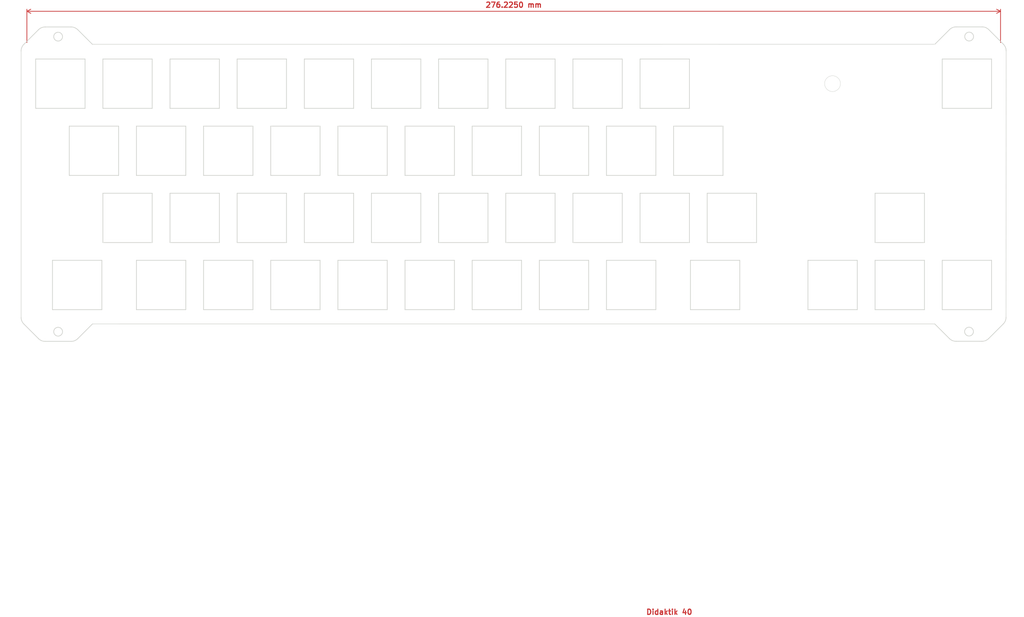
<source format=kicad_pcb>
(kicad_pcb (version 20211014) (generator pcbnew)

  (general
    (thickness 1.6)
  )

  (paper "A4")
  (layers
    (0 "F.Cu" signal)
    (31 "B.Cu" signal)
    (32 "B.Adhes" user "B.Adhesive")
    (33 "F.Adhes" user "F.Adhesive")
    (34 "B.Paste" user)
    (35 "F.Paste" user)
    (36 "B.SilkS" user "B.Silkscreen")
    (37 "F.SilkS" user "F.Silkscreen")
    (38 "B.Mask" user)
    (39 "F.Mask" user)
    (40 "Dwgs.User" user "User.Drawings")
    (41 "Cmts.User" user "User.Comments")
    (42 "Eco1.User" user "User.Eco1")
    (43 "Eco2.User" user "User.Eco2")
    (44 "Edge.Cuts" user)
    (45 "Margin" user)
    (46 "B.CrtYd" user "B.Courtyard")
    (47 "F.CrtYd" user "F.Courtyard")
    (48 "B.Fab" user)
    (49 "F.Fab" user)
    (50 "User.1" user)
    (51 "User.2" user)
    (52 "User.3" user)
    (53 "User.4" user)
    (54 "User.5" user)
    (55 "User.6" user)
    (56 "User.7" user)
    (57 "User.8" user)
    (58 "User.9" user)
  )

  (setup
    (stackup
      (layer "F.SilkS" (type "Top Silk Screen"))
      (layer "F.Paste" (type "Top Solder Paste"))
      (layer "F.Mask" (type "Top Solder Mask") (thickness 0.01))
      (layer "F.Cu" (type "copper") (thickness 0.035))
      (layer "dielectric 1" (type "core") (thickness 1.51) (material "FR4") (epsilon_r 4.5) (loss_tangent 0.02))
      (layer "B.Cu" (type "copper") (thickness 0.035))
      (layer "B.Mask" (type "Bottom Solder Mask") (thickness 0.01))
      (layer "B.Paste" (type "Bottom Solder Paste"))
      (layer "B.SilkS" (type "Bottom Silk Screen"))
      (copper_finish "None")
      (dielectric_constraints no)
    )
    (pad_to_mask_clearance 0)
    (pcbplotparams
      (layerselection 0x00010fc_ffffffff)
      (disableapertmacros false)
      (usegerberextensions false)
      (usegerberattributes true)
      (usegerberadvancedattributes true)
      (creategerberjobfile true)
      (svguseinch false)
      (svgprecision 6)
      (excludeedgelayer true)
      (plotframeref false)
      (viasonmask false)
      (mode 1)
      (useauxorigin false)
      (hpglpennumber 1)
      (hpglpenspeed 20)
      (hpglpendiameter 15.000000)
      (dxfpolygonmode true)
      (dxfimperialunits true)
      (dxfusepcbnewfont true)
      (psnegative false)
      (psa4output false)
      (plotreference true)
      (plotvalue true)
      (plotinvisibletext false)
      (sketchpadsonfab false)
      (subtractmaskfromsilk false)
      (outputformat 1)
      (mirror false)
      (drillshape 1)
      (scaleselection 1)
      (outputdirectory "")
    )
  )

  (net 0 "")
  (net 1 "COL6")

  (gr_circle (center 278.110951 26.227951) (end 279.360951 26.227951) (layer "Edge.Cuts") (width 0.2) (fill none) (tstamp 01fa1724-0e4a-4b0c-931a-906f15a99846))
  (gr_line (start 175.23 65.659) (end 189.23 65.659) (layer "Edge.Cuts") (width 0.2) (tstamp 0340d77a-e79a-420e-bed1-7c72c6c9f9bb))
  (gr_circle (center 19.66534 26.252904) (end 20.91534 26.252904) (layer "Edge.Cuts") (width 0.2) (fill none) (tstamp 0359207b-9855-4e7f-a2e3-a2d1c486ad01))
  (gr_line (start 251.43 84.709) (end 265.43 84.709) (layer "Edge.Cuts") (width 0.2) (tstamp 036b55c1-3e08-44a9-a631-e990c6301c93))
  (gr_line (start 175.23 103.759) (end 189.23 103.759) (layer "Edge.Cuts") (width 0.2) (tstamp 039a84e8-a537-4fe8-8a2a-1f3567d11058))
  (gr_line (start 79.98 103.759) (end 93.98 103.759) (layer "Edge.Cuts") (width 0.2) (tstamp 042edab0-6f82-4ba2-bb80-2472d1af8153))
  (gr_arc (start 14.089085 24.286393) (mid 14.956918 23.706526) (end 15.980596 23.502904) (layer "Edge.Cuts") (width 0.2) (tstamp 049f5689-53b1-4ee7-aeaa-5741ae2143ef))
  (gr_line (start 51.405 32.609) (end 51.405 46.609) (layer "Edge.Cuts") (width 0.2) (tstamp 04fc7f53-a0d5-4691-89a6-7c6686d04f95))
  (gr_line (start 184.755 84.709) (end 198.755 84.709) (layer "Edge.Cuts") (width 0.2) (tstamp 081ca1ea-b6e0-46e5-acdb-0827023cbc00))
  (gr_arc (start 9.949346 107.846571) (mid 9.369493 106.978733) (end 9.165857 105.95506) (layer "Edge.Cuts") (width 0.2) (tstamp 08372f09-29a8-416d-8b98-5184a5c0f2fa))
  (gr_line (start 151.13 51.659) (end 137.13 51.659) (layer "Edge.Cuts") (width 0.2) (tstamp 08b95ffb-28ca-4479-bff3-a94efaf8a8d8))
  (gr_line (start 65.405 46.609) (end 65.405 32.609) (layer "Edge.Cuts") (width 0.2) (tstamp 0b87becd-6d85-4297-b0bb-245601f27993))
  (gr_line (start 89.505 84.709) (end 103.505 84.709) (layer "Edge.Cuts") (width 0.2) (tstamp 0c03e793-40b6-448e-9d14-81074dc536e8))
  (gr_line (start 203.805 84.709) (end 217.805 84.709) (layer "Edge.Cuts") (width 0.2) (tstamp 0c771b87-2843-4c0d-97b8-21f48c61bce3))
  (gr_line (start 132.08 51.659) (end 118.08 51.659) (layer "Edge.Cuts") (width 0.2) (tstamp 1203d7fb-e214-41dc-b172-225c1579bed0))
  (gr_arc (start 9.165468 30.318032) (mid 9.369089 29.294353) (end 9.948957 28.426521) (layer "Edge.Cuts") (width 0.2) (tstamp 12a8b1ce-7488-47a2-b9d9-1104bd21b129))
  (gr_line (start 70.455 46.609) (end 84.455 46.609) (layer "Edge.Cuts") (width 0.2) (tstamp 12b71905-aca1-41aa-a7f3-053961c20268))
  (gr_line (start 165.705 32.609) (end 165.705 46.609) (layer "Edge.Cuts") (width 0.2) (tstamp 137619b4-adf0-49b0-aa0b-b010d28dc658))
  (gr_line (start 156.18 65.659) (end 170.18 65.659) (layer "Edge.Cuts") (width 0.2) (tstamp 14ebadf9-db72-4fb4-9591-237694a0490b))
  (gr_line (start 270.48 32.609) (end 270.48 46.609) (layer "Edge.Cuts") (width 0.2) (tstamp 171d6cd1-5a83-4dee-a5a0-20ceda2f0b11))
  (gr_arc (start 288.578947 105.930458) (mid 288.375313 106.954131) (end 287.795458 107.821969) (layer "Edge.Cuts") (width 0.2) (tstamp 17ac3f93-f56b-4582-b04b-0a8d52f1c5c7))
  (gr_line (start 41.88 51.659) (end 41.88 65.659) (layer "Edge.Cuts") (width 0.2) (tstamp 18ea15b7-82d8-4e3d-99cc-b319bb8b86a3))
  (gr_line (start 65.405 32.609) (end 51.405 32.609) (layer "Edge.Cuts") (width 0.2) (tstamp 19a4ebf3-f01c-4b92-9fba-3369efbdd94f))
  (gr_line (start 170.18 103.759) (end 170.18 89.759) (layer "Edge.Cuts") (width 0.2) (tstamp 1a515a80-3485-4776-9eaa-aea2efb0c674))
  (gr_line (start 99.03 89.759) (end 99.03 103.759) (layer "Edge.Cuts") (width 0.2) (tstamp 1a91f524-517f-477c-834f-4e0e077e258c))
  (gr_line (start 246.38 103.759) (end 246.38 89.759) (layer "Edge.Cuts") (width 0.2) (tstamp 1cd4ecb3-2703-4e74-a570-8041a7313737))
  (gr_line (start 103.505 84.709) (end 103.505 70.709) (layer "Edge.Cuts") (width 0.2) (tstamp 1eb376f4-00bb-4cfe-9dfd-4c7c24164068))
  (gr_line (start 165.705 84.709) (end 179.705 84.709) (layer "Edge.Cuts") (width 0.2) (tstamp 1f82f2ef-0c3e-4ebb-9bcb-9963b900bc8c))
  (gr_line (start 46.355 70.709) (end 32.355 70.709) (layer "Edge.Cuts") (width 0.2) (tstamp 2062f290-11d0-4fba-bfc3-196fcb324bd9))
  (gr_line (start 122.555 32.609) (end 108.555 32.609) (layer "Edge.Cuts") (width 0.2) (tstamp 236e4539-4464-4ea8-827f-36f1db29b631))
  (gr_line (start 70.455 70.709) (end 70.455 84.709) (layer "Edge.Cuts") (width 0.2) (tstamp 25a55a94-1044-41e0-9583-06a2bae65cae))
  (gr_line (start 208.28 51.659) (end 194.28 51.659) (layer "Edge.Cuts") (width 0.2) (tstamp 2694b284-1ab1-49a1-a08f-d83f247d0f7a))
  (gr_line (start 179.705 70.709) (end 165.705 70.709) (layer "Edge.Cuts") (width 0.2) (tstamp 27defdfb-da4d-470a-98a8-b1fa47b6a57a))
  (gr_line (start 93.98 65.659) (end 93.98 51.659) (layer "Edge.Cuts") (width 0.2) (tstamp 28b05976-e508-445c-a883-a6ac3aa551f3))
  (gr_line (start 137.13 89.759) (end 137.13 103.759) (layer "Edge.Cuts") (width 0.2) (tstamp 2909d639-3516-4a50-b4fa-b9bd25d2dbdb))
  (gr_line (start 84.455 46.609) (end 84.455 32.609) (layer "Edge.Cuts") (width 0.2) (tstamp 295997b8-ee94-4423-85af-58f56685c5fe))
  (gr_line (start 175.23 51.659) (end 175.23 65.659) (layer "Edge.Cuts") (width 0.2) (tstamp 2a185340-379d-4e53-8b4f-968c462c4d39))
  (gr_line (start 198.755 70.709) (end 184.755 70.709) (layer "Edge.Cuts") (width 0.2) (tstamp 2afa8e28-7518-40f2-9d69-230b4683df61))
  (gr_line (start 93.98 51.659) (end 79.98 51.659) (layer "Edge.Cuts") (width 0.2) (tstamp 2c3f4d19-47f8-4162-ae6c-911fb12ab7b6))
  (gr_line (start 199.0425 89.759) (end 199.0425 103.759) (layer "Edge.Cuts") (width 0.2) (tstamp 2c9bd583-e804-4ef5-b2bf-04e67b6d0e14))
  (gr_line (start 25.241851 24.286393) (end 29.381979 28.426521) (layer "Edge.Cuts") (width 0.2) (tstamp 2cf818c3-375a-41e0-a88f-401080f95afa))
  (gr_line (start 132.08 65.659) (end 132.08 51.659) (layer "Edge.Cuts") (width 0.2) (tstamp 2d22c993-7497-4358-9556-98d3545b3a48))
  (gr_line (start 251.43 70.709) (end 251.43 84.709) (layer "Edge.Cuts") (width 0.2) (tstamp 2e36ea02-24c1-47ea-8cd0-d5c3970f3b4b))
  (gr_line (start 156.18 103.759) (end 170.18 103.759) (layer "Edge.Cuts") (width 0.2) (tstamp 2faaf90b-bcc3-4e28-ad32-5d44a7c2b88b))
  (gr_line (start 132.08 103.759) (end 132.08 89.759) (layer "Edge.Cuts") (width 0.2) (tstamp 30abf282-8d12-4b74-a929-26635ae9f51e))
  (gr_line (start 137.13 65.659) (end 151.13 65.659) (layer "Edge.Cuts") (width 0.2) (tstamp 30c6d25c-bfa7-436a-a1db-fee0a2f972c0))
  (gr_line (start 55.88 51.659) (end 41.88 51.659) (layer "Edge.Cuts") (width 0.2) (tstamp 31340bf0-8eac-406a-9e34-01d9e87ea1c8))
  (gr_line (start 189.23 89.759) (end 175.23 89.759) (layer "Edge.Cuts") (width 0.2) (tstamp 34111a24-a5fb-40aa-80b4-9f1be62cb416))
  (gr_line (start 46.355 84.709) (end 46.355 70.709) (layer "Edge.Cuts") (width 0.2) (tstamp 34452ef5-3ffc-431d-8d51-01ec85831b42))
  (gr_line (start 270.48 89.759) (end 270.48 103.759) (layer "Edge.Cuts") (width 0.2) (tstamp 3695e312-ee3f-4486-bf0a-b8f635975476))
  (gr_line (start 270.48 46.609) (end 284.48 46.609) (layer "Edge.Cuts") (width 0.2) (tstamp 3a85c06f-15c1-4319-9248-930df262ea43))
  (gr_line (start 198.755 32.609) (end 184.755 32.609) (layer "Edge.Cuts") (width 0.2) (tstamp 3bd4dd91-f376-469c-bfc2-efc4a5975938))
  (gr_line (start 213.0425 89.759) (end 199.0425 89.759) (layer "Edge.Cuts") (width 0.2) (tstamp 3e457c82-c096-41e7-b8a9-ba1e344750e0))
  (gr_line (start 146.655 32.609) (end 146.655 46.609) (layer "Edge.Cuts") (width 0.2) (tstamp 3f6b69e0-0cc3-4aad-8311-fe5394e07b59))
  (gr_line (start 160.655 46.609) (end 160.655 32.609) (layer "Edge.Cuts") (width 0.2) (tstamp 41cbbc98-fb3e-4dfb-bbfb-0805a6796ae5))
  (gr_line (start 146.655 46.609) (end 160.655 46.609) (layer "Edge.Cuts") (width 0.2) (tstamp 43d6c3cc-66d1-460d-8a55-b44780e30e44))
  (gr_line (start 217.805 70.709) (end 203.805 70.709) (layer "Edge.Cuts") (width 0.2) (tstamp 453476f2-1c8c-4188-a031-d64653df0e26))
  (gr_line (start 51.405 84.709) (end 65.405 84.709) (layer "Edge.Cuts") (width 0.2) (tstamp 45a987dc-a89b-47db-8259-96158d397c02))
  (gr_line (start 268.394568 28.401568) (end 272.534696 24.26144) (layer "Edge.Cuts") (width 0.2) (tstamp 4683b47f-bb33-4fa5-8d0e-8d73cea2459d))
  (gr_line (start 287.795458 107.821969) (end 283.65533 111.962097) (layer "Edge.Cuts") (width 0.2) (tstamp 491dd1b9-6e1a-4803-9c0d-001ba7a362e8))
  (gr_line (start 283.687462 24.26144) (end 287.82759 28.401568) (layer "Edge.Cuts") (width 0.2) (tstamp 495130c4-3f71-4602-a90d-20a95e031444))
  (gr_circle (center 278.079075 109.995586) (end 279.329075 109.995586) (layer "Edge.Cuts") (width 0.2) (fill none) (tstamp 4c66504b-0ca3-4975-a949-9fbe3b318b0f))
  (gr_line (start 32.355 32.609) (end 32.355 46.609) (layer "Edge.Cuts") (width 0.2) (tstamp 4c765cfa-df4c-4e00-b79d-f0083d21a458))
  (gr_line (start 246.38 89.759) (end 232.38 89.759) (layer "Edge.Cuts") (width 0.2) (tstamp 4c7d627a-d32e-4432-a25c-04ac150d2f5d))
  (gr_line (start 32.355 70.709) (end 32.355 84.709) (layer "Edge.Cuts") (width 0.2) (tstamp 4cb9b54c-c24d-422b-a067-a103a63ec9c2))
  (gr_line (start 281.763819 112.745586) (end 274.394075 112.745586) (layer "Edge.Cuts") (width 0.2) (tstamp 4e22a502-b031-42ff-b569-d660ea7e2e1b))
  (gr_line (start 55.88 103.759) (end 55.88 89.759) (layer "Edge.Cuts") (width 0.2) (tstamp 51a756a2-58a8-48d4-bacd-6da7c7cb397d))
  (gr_line (start 265.43 103.759) (end 265.43 89.759) (layer "Edge.Cuts") (width 0.2) (tstamp 52cebac5-7ed5-46ee-b26b-5b9c13d3e8c7))
  (gr_line (start 160.655 32.609) (end 146.655 32.609) (layer "Edge.Cuts") (width 0.2) (tstamp 533bd448-272f-47a3-9d2d-8e223532c10e))
  (gr_line (start 60.93 89.759) (end 60.93 103.759) (layer "Edge.Cuts") (width 0.2) (tstamp 546ec44d-a01f-4576-b856-8b3d3f8f1bb7))
  (gr_line (start 74.93 103.759) (end 74.93 89.759) (layer "Edge.Cuts") (width 0.2) (tstamp 54b7752c-57a4-4d82-92fe-62f820b53c9b))
  (gr_line (start 284.48 46.609) (end 284.48 32.609) (layer "Edge.Cuts") (width 0.2) (tstamp 554276f5-bf84-44d2-9cf1-9f3ff8ee9549))
  (gr_line (start 217.805 84.709) (end 217.805 70.709) (layer "Edge.Cuts") (width 0.2) (tstamp 58130462-27a4-468a-80d6-ab4fd35b4689))
  (gr_line (start 160.655 70.709) (end 146.655 70.709) (layer "Edge.Cuts") (width 0.2) (tstamp 593d2e05-b86e-4444-b86f-6563c03d501b))
  (gr_line (start 32.355 46.609) (end 46.355 46.609) (layer "Edge.Cuts") (width 0.2) (tstamp 5a35b4fd-3f74-4590-8d0a-cde855814242))
  (gr_line (start 184.755 70.709) (end 184.755 84.709) (layer "Edge.Cuts") (width 0.2) (tstamp 5b9ae269-d4e5-49ba-b280-acae3060d8f2))
  (gr_line (start 32.0675 103.759) (end 32.0675 89.759) (layer "Edge.Cuts") (width 0.2) (tstamp 5ecb8462-7e96-4e51-8bdb-99f61090e6a1))
  (gr_line (start 60.93 51.659) (end 60.93 65.659) (layer "Edge.Cuts") (width 0.2) (tstamp 5f875fb4-c88d-4654-93ff-ff60c27667d8))
  (gr_line (start 51.405 70.709) (end 51.405 84.709) (layer "Edge.Cuts") (width 0.2) (tstamp 60045cbc-e93f-45f0-b156-28a4dd8298da))
  (gr_line (start 29.414396 107.814543) (end 25.24224 111.986699) (layer "Edge.Cuts") (width 0.2) (tstamp 60b85b51-d6e4-45be-97b3-57011a600155))
  (gr_line (start 194.28 51.659) (end 194.28 65.659) (layer "Edge.Cuts") (width 0.2) (tstamp 6193187d-a7b1-4d4f-a450-3fb326d05c79))
  (gr_line (start 165.705 46.609) (end 179.705 46.609) (layer "Edge.Cuts") (width 0.2) (tstamp 61a77ece-aca6-4894-ad08-768831fc51b0))
  (gr_line (start 60.93 65.659) (end 74.93 65.659) (layer "Edge.Cuts") (width 0.2) (tstamp 633cc458-edf3-4b56-9b70-485e76024e2b))
  (gr_line (start 89.505 46.609) (end 103.505 46.609) (layer "Edge.Cuts") (width 0.2) (tstamp 6557b712-1ebb-4087-81d7-7b2aecc8e2a3))
  (gr_line (start 27.305 32.609) (end 13.305 32.609) (layer "Edge.Cuts") (width 0.2) (tstamp 65b9023f-2ecb-45f3-9a00-a98e3c2421b7))
  (gr_arc (start 281.795951 23.477951) (mid 282.819623 23.681587) (end 283.687462 24.26144) (layer "Edge.Cuts") (width 0.2) (tstamp 6c93861d-1ed6-4da6-a9de-b7adf1d398d2))
  (gr_line (start 137.13 103.759) (end 151.13 103.759) (layer "Edge.Cuts") (width 0.2) (tstamp 6d6868d8-fcc2-422f-8a96-0114702dc887))
  (gr_line (start 213.0425 103.759) (end 213.0425 89.759) (layer "Edge.Cuts") (width 0.2) (tstamp 6e3b3d53-efd1-4ee3-b90d-2e776967e11e))
  (gr_line (start 118.08 51.659) (end 118.08 65.659) (layer "Edge.Cuts") (width 0.2) (tstamp 721c30f4-f9cd-4176-bda2-ef1ee6e2c84d))
  (gr_line (start 251.43 103.759) (end 265.43 103.759) (layer "Edge.Cuts") (width 0.2) (tstamp 723e1e9d-68fc-47a7-a21a-7739e06fbff4))
  (gr_line (start 70.455 84.709) (end 84.455 84.709) (layer "Edge.Cuts") (width 0.2) (tstamp 72a7c60c-02e5-427c-9e10-52228c207af7))
  (gr_line (start 232.38 89.759) (end 232.38 103.759) (layer "Edge.Cuts") (width 0.2) (tstamp 7308af07-7ed0-493b-ab53-8eed27124ce5))
  (gr_line (start 141.605 70.709) (end 127.605 70.709) (layer "Edge.Cuts") (width 0.2) (tstamp 734cd887-dc29-406f-91c7-db1b687c6de4))
  (gr_line (start 93.98 103.759) (end 93.98 89.759) (layer "Edge.Cuts") (width 0.2) (tstamp 7351c49f-a715-4c17-acbb-e4d7a578519f))
  (gr_line (start 13.305 46.609) (end 27.305 46.609) (layer "Edge.Cuts") (width 0.2) (tstamp 7453101e-76bb-4396-8fbd-ede8f95f3bdf))
  (gr_line (start 122.555 84.709) (end 122.555 70.709) (layer "Edge.Cuts") (width 0.2) (tstamp 7478a06c-a0a4-4d6b-8897-85c25e3977ea))
  (gr_line (start 29.381979 28.426521) (end 268.394568 28.401568) (layer "Edge.Cuts") (width 0.15) (tstamp 74f0a9e7-5610-4d7d-8f93-dbfa24e92424))
  (gr_line (start 108.555 84.709) (end 122.555 84.709) (layer "Edge.Cuts") (width 0.2) (tstamp 7581b8cc-d5cb-442f-b19b-ba2236ce5d94))
  (gr_line (start 32.355 84.709) (end 46.355 84.709) (layer "Edge.Cuts") (width 0.2) (tstamp 77fbc7b2-647d-4591-9527-e98a7ffe513f))
  (gr_line (start 284.48 89.759) (end 270.48 89.759) (layer "Edge.Cuts") (width 0.2) (tstamp 78564907-cace-4bac-b2cd-0df82a47f1b6))
  (gr_line (start 18.0675 103.759) (end 32.0675 103.759) (layer "Edge.Cuts") (width 0.2) (tstamp 78aca9cc-91b1-40e5-bebe-0a2330b98ef0))
  (gr_line (start 74.93 89.759) (end 60.93 89.759) (layer "Edge.Cuts") (width 0.2) (tstamp 79aaf202-243f-4a46-9b3f-8d7e6f3f3678))
  (gr_line (start 113.03 65.659) (end 113.03 51.659) (layer "Edge.Cuts") (width 0.2) (tstamp 7a823a4a-08c3-4ff5-891c-b258f02a17bb))
  (gr_line (start 84.455 70.709) (end 70.455 70.709) (layer "Edge.Cuts") (width 0.2) (tstamp 7aeb49ec-1c85-4b95-b03b-c3ccc425a3e1))
  (gr_line (start 146.655 70.709) (end 146.655 84.709) (layer "Edge.Cuts") (width 0.2) (tstamp 7ba2a710-455a-4267-91c2-77e515779650))
  (gr_line (start 70.455 32.609) (end 70.455 46.609) (layer "Edge.Cuts") (width 0.2) (tstamp 7bde1520-5dcd-4d81-9047-bb980b51f6ae))
  (gr_line (start 79.98 89.759) (end 79.98 103.759) (layer "Edge.Cuts") (width 0.2) (tstamp 7dfd7084-2503-4672-b135-a412b70ef47b))
  (gr_line (start 156.18 51.659) (end 156.18 65.659) (layer "Edge.Cuts") (width 0.2) (tstamp 821958fd-9d43-404a-8c5a-6a35eccc6540))
  (gr_line (start 272.502564 111.962097) (end 268.362436 107.821969) (layer "Edge.Cuts") (width 0.2) (tstamp 844d3f5b-4289-4d92-ae44-440b0c24f244))
  (gr_arc (start 23.35034 23.502904) (mid 24.374024 23.706511) (end 25.241851 24.286393) (layer "Edge.Cuts") (width 0.2) (tstamp 85180dad-4b8e-41b1-a203-18a0aaac872f))
  (gr_line (start 179.705 84.709) (end 179.705 70.709) (layer "Edge.Cuts") (width 0.2) (tstamp 85d5407d-ec5e-49c4-a123-7940398b8d9a))
  (gr_line (start 151.13 103.759) (end 151.13 89.759) (layer "Edge.Cuts") (width 0.2) (tstamp 866c678d-1978-4b01-b549-a90f8550eeae))
  (gr_line (start 27.305 46.609) (end 27.305 32.609) (layer "Edge.Cuts") (width 0.2) (tstamp 89c296ec-a399-48b8-a206-3b387b4bfb47))
  (gr_line (start 251.43 89.759) (end 251.43 103.759) (layer "Edge.Cuts") (width 0.2) (tstamp 89d809ac-6a43-4652-bbf9-84ced16d26b6))
  (gr_line (start 189.23 65.659) (end 189.23 51.659) (layer "Edge.Cuts") (width 0.2) (tstamp 8a43a648-5349-4ce1-a598-83b6dd3d9ae3))
  (gr_line (start 274.426207 23.477951) (end 281.795951 23.477951) (layer "Edge.Cuts") (width 0.2) (tstamp 8d36c31d-dc59-46cb-a252-9afaf6da7f6c))
  (gr_line (start 84.455 32.609) (end 70.455 32.609) (layer "Edge.Cuts") (width 0.2) (tstamp 8dc2138e-511b-41d4-95a4-623fbd1c1399))
  (gr_line (start 184.755 32.609) (end 184.755 46.609) (layer "Edge.Cuts") (width 0.2) (tstamp 8fe69479-8792-4e18-a5f9-f13b2f965c63))
  (gr_line (start 36.83 51.659) (end 22.83 51.659) (layer "Edge.Cuts") (width 0.2) (tstamp 900acaa2-6657-429b-9768-c450cb18d2a8))
  (gr_line (start 55.88 89.759) (end 41.88 89.759) (layer "Edge.Cuts") (width 0.2) (tstamp 9037ae37-8664-4182-b9c0-e71302d6f950))
  (gr_circle (center 239.352978 39.596465) (end 240.940478 41.183965) (layer "Edge.Cuts") (width 0.1) (fill none) (tstamp 914b79f2-bd35-4e67-b708-9319ce1f6de4))
  (gr_line (start 146.655 84.709) (end 160.655 84.709) (layer "Edge.Cuts") (width 0.2) (tstamp 925353a0-9914-49b7-beb6-9be36cbfffdf))
  (gr_line (start 84.455 84.709) (end 84.455 70.709) (layer "Edge.Cuts") (width 0.2) (tstamp 92a16e1a-a885-4d8a-9b13-703fb5246fd7))
  (gr_line (start 127.605 84.709) (end 141.605 84.709) (layer "Edge.Cuts") (width 0.2) (tstamp 95343131-e6bb-4a3a-9e9e-bef3a60922a6))
  (gr_arc (start 287.82759 28.401568) (mid 288.407437 29.269409) (end 288.611079 30.293079) (layer "Edge.Cuts") (width 0.2) (tstamp 95a4f5cd-c255-42eb-9bfa-4cf4c7307d4c))
  (gr_line (start 99.03 103.759) (end 113.03 103.759) (layer "Edge.Cuts") (width 0.2) (tstamp 95b48e83-23e8-46af-ab7c-4dae3b47deb2))
  (gr_line (start 32.0675 89.759) (end 18.0675 89.759) (layer "Edge.Cuts") (width 0.2) (tstamp 96adfcbf-2bfb-412b-ae99-2ac8e68a9d2d))
  (gr_line (start 198.755 46.609) (end 198.755 32.609) (layer "Edge.Cuts") (width 0.2) (tstamp 9714828b-c027-4741-9b95-983f3e96a8a1))
  (gr_line (start 122.555 70.709) (end 108.555 70.709) (layer "Edge.Cuts") (width 0.2) (tstamp 99b578f1-a4b8-4c09-89f6-6e980f2ae010))
  (gr_line (start 79.98 51.659) (end 79.98 65.659) (layer "Edge.Cuts") (width 0.2) (tstamp 9d1bc251-4732-4586-bf73-b10ac2ec6e3e))
  (gr_line (start 41.88 89.759) (end 41.88 103.759) (layer "Edge.Cuts") (width 0.2) (tstamp 9e23ef71-462d-41c9-bbba-74f33a586f7d))
  (gr_line (start 151.13 89.759) (end 137.13 89.759) (layer "Edge.Cuts") (width 0.2) (tstamp 9ee32c43-8541-427b-ad28-57ebfe062c53))
  (gr_line (start 113.03 103.759) (end 113.03 89.759) (layer "Edge.Cuts") (width 0.2) (tstamp 9ee3afb7-d624-4ef1-9681-30949da0e549))
  (gr_arc (start 15.980985 112.770188) (mid 14.957309 112.566559) (end 14.089474 111.986699) (layer "Edge.Cuts") (width 0.2) (tstamp 9f79d24f-78b9-44d0-aba3-5066075055bd))
  (gr_line (start 170.18 65.659) (end 170.18 51.659) (layer "Edge.Cuts") (width 0.2) (tstamp a0face24-51de-4125-afcf-d886e2f72ae4))
  (gr_line (start 284.48 103.759) (end 284.48 89.759) (layer "Edge.Cuts") (width 0.2) (tstamp a10ec5ca-19b7-434a-9b0c-9eb405e6138a))
  (gr_line (start 18.0675 89.759) (end 18.0675 103.759) (layer "Edge.Cuts") (width 0.2) (tstamp a63d30fb-6414-4329-8926-7a6705750816))
  (gr_line (start 284.48 32.609) (end 270.48 32.609) (layer "Edge.Cuts") (width 0.2) (tstamp a7fc04e9-050b-48c3-a103-af7e66458ffa))
  (gr_line (start 184.755 46.609) (end 198.755 46.609) (layer "Edge.Cuts") (width 0.2) (tstamp aa233246-bd53-4092-b790-db3928740e4c))
  (gr_arc (start 274.394075 112.745586) (mid 273.370401 112.541954) (end 272.502564 111.962097) (layer "Edge.Cuts") (width 0.2) (tstamp aa94b649-bf85-4e59-9c08-3d10f0771bd2))
  (gr_line (start 15.980596 23.502904) (end 23.35034 23.502904) (layer "Edge.Cuts") (width 0.2) (tstamp aaea96c8-2e26-471b-b480-ad23b0d3fcd0))
  (gr_line (start 103.505 32.609) (end 89.505 32.609) (layer "Edge.Cuts") (width 0.2) (tstamp ab19d669-9228-481b-a8ae-d57509ded69c))
  (gr_line (start 9.165857 105.95506) (end 9.165468 30.318032) (layer "Edge.Cuts") (width 0.15) (tstamp ac07bd45-cd84-4b32-bad4-fa9b47d7cad7))
  (gr_line (start 265.43 84.709) (end 265.43 70.709) (layer "Edge.Cuts") (width 0.2) (tstamp ac27eae2-1bf1-4dec-8f86-8434ebb45a45))
  (gr_line (start 208.28 65.659) (end 208.28 51.659) (layer "Edge.Cuts") (width 0.2) (tstamp ad564eff-b20b-4405-86b3-5ab330cfd307))
  (gr_line (start 156.18 89.759) (end 156.18 103.759) (layer "Edge.Cuts") (width 0.2) (tstamp ae522ff9-8269-42d3-84dc-d5788dbd411b))
  (gr_line (start 79.98 65.659) (end 93.98 65.659) (layer "Edge.Cuts") (width 0.2) (tstamp afd3fee2-9a2a-4df0-8170-f66073dbdf51))
  (gr_line (start 103.505 46.609) (end 103.505 32.609) (layer "Edge.Cuts") (width 0.2) (tstamp b1764eb0-c099-4273-beb9-66accdc79de5))
  (gr_line (start 118.08 103.759) (end 132.08 103.759) (layer "Edge.Cuts") (width 0.2) (tstamp b21a41e1-ff0b-44b9-a5aa-348e0ccb1274))
  (gr_arc (start 272.534696 24.26144) (mid 273.402529 23.681573) (end 274.426207 23.477951) (layer "Edge.Cuts") (width 0.2) (tstamp b3147a4e-bbbd-4951-912a-63aa5777cf93))
  (gr_line (start 137.13 51.659) (end 137.13 65.659) (layer "Edge.Cuts") (width 0.2) (tstamp b3b5c737-f8ad-45e0-9136-9d913fbb6c5c))
  (gr_line (start 127.605 46.609) (end 141.605 46.609) (layer "Edge.Cuts") (width 0.2) (tstamp b9b6213a-f562-4e78-96f3-4b7355beacc1))
  (gr_line (start 170.18 89.759) (end 156.18 89.759) (layer "Edge.Cuts") (width 0.2) (tstamp bbb5741b-bfb0-456d-a73f-f2b6bda7b0ee))
  (gr_line (start 74.93 65.659) (end 74.93 51.659) (layer "Edge.Cuts") (width 0.2) (tstamp bbcb0053-8e88-49fe-8171-a7e3545e3fc8))
  (gr_line (start 179.705 46.609) (end 179.705 32.609) (layer "Edge.Cuts") (width 0.2) (tstamp bd92d072-6212-4d61-9549-dfb31259c62b))
  (gr_line (start 41.88 103.759) (end 55.88 103.759) (layer "Edge.Cuts") (width 0.2) (tstamp bf53ff57-5d9b-43dd-8bea-4e39ef82bb6f))
  (gr_line (start 189.23 51.659) (end 175.23 51.659) (layer "Edge.Cuts") (width 0.2) (tstamp c0843d8e-8195-4157-bdc5-f686283dd456))
  (gr_line (start 175.23 89.759) (end 175.23 103.759) (layer "Edge.Cuts") (width 0.2) (tstamp c0f07c97-0e59-47ed-84f3-59161dc0c5c0))
  (gr_arc (start 25.24224 111.986699) (mid 24.374413 112.56658) (end 23.350729 112.770188) (layer "Edge.Cuts") (width 0.2) (tstamp c1e70edc-894b-4b6f-a44b-b3465b75621e))
  (gr_line (start 22.83 65.659) (end 36.83 65.659) (layer "Edge.Cuts") (width 0.2) (tstamp c49eef95-293f-4eb9-b846-8ec395dd4145))
  (gr_line (start 46.355 32.609) (end 32.355 32.609) (layer "Edge.Cuts") (width 0.2) (tstamp c5258e0c-5165-4c19-8057-4bce3f75b766))
  (gr_line (start 55.88 65.659) (end 55.88 51.659) (layer "Edge.Cuts") (width 0.2) (tstamp c6247e98-1853-4639-884a-0a9642c194c5))
  (gr_line (start 103.505 70.709) (end 89.505 70.709) (layer "Edge.Cuts") (width 0.2) (tstamp c6674904-13d7-4a2b-9cad-2ce58d0174a5))
  (gr_line (start 199.0425 103.759) (end 213.0425 103.759) (layer "Edge.Cuts") (width 0.2) (tstamp c864537d-9198-4adc-9fd4-3013ac8b6c92))
  (gr_line (start 99.03 51.659) (end 99.03 65.659) (layer "Edge.Cuts") (width 0.2) (tstamp cd53fbbb-cdd8-4adb-8202-95a7e4dde4b1))
  (gr_line (start 36.83 65.659) (end 36.83 51.659) (layer "Edge.Cuts") (width 0.2) (tstamp cdc8c83a-c03f-4ef8-bb02-3212b6208c68))
  (gr_line (start 23.350729 112.770188) (end 15.980985 112.770188) (layer "Edge.Cuts") (width 0.2) (tstamp cec6b602-4bb3-46c5-b806-edc72b10feaf))
  (gr_line (start 194.28 65.659) (end 208.28 65.659) (layer "Edge.Cuts") (width 0.2) (tstamp cfb6304d-8052-475c-b3b1-8fe96cc5e1b0))
  (gr_line (start 122.555 46.609) (end 122.555 32.609) (layer "Edge.Cuts") (width 0.2) (tstamp d0a730a5-6c0a-451a-a75f-3f97b079ee75))
  (gr_line (start 165.705 70.709) (end 165.705 84.709) (layer "Edge.Cuts") (width 0.2) (tstamp d338287c-2871-4047-9d82-aa6655b2a418))
  (gr_line (start 46.355 46.609) (end 46.355 32.609) (layer "Edge.Cuts") (width 0.2) (tstamp d3397567-1beb-48c5-b4bf-1e362d89e182))
  (gr_line (start 151.13 65.659) (end 151.13 51.659) (layer "Edge.Cuts") (width 0.2) (tstamp d6eec6bf-94e2-40f8-9c5c-b5ed28d32ee2))
  (gr_line (start 268.362436 107.821969) (end 29.414396 107.814543) (layer "Edge.Cuts") (width 0.15) (tstamp d76890d9-3717-4cdb-b100-c0cbe762f264))
  (gr_line (start 270.48 103.759) (end 284.48 103.759) (layer "Edge.Cuts") (width 0.2) (tstamp d85309a9-f6e8-4fd0-8133-568226277220))
  (gr_line (start 232.38 103.759) (end 246.38 103.759) (layer "Edge.Cuts") (width 0.2) (tstamp dacad507-b294-4177-8d19-35b99ff7c42f))
  (gr_line (start 179.705 32.609) (end 165.705 32.609) (layer "Edge.Cuts") (width 0.2) (tstamp db3b27b8-eb26-424c-80fa-1b6e2a267c82))
  (gr_line (start 160.655 84.709) (end 160.655 70.709) (layer "Edge.Cuts") (width 0.2) (tstamp dc898026-1a89-4e69-b52d-1738f8c5a1e5))
  (gr_line (start 65.405 70.709) (end 51.405 70.709) (layer "Edge.Cuts") (width 0.2) (tstamp dd10fcd5-1f21-4866-a8b7-8b38d0962f02))
  (gr_line (start 198.755 84.709) (end 198.755 70.709) (layer "Edge.Cuts") (width 0.2) (tstamp dd5fee1d-99b2-4a75-ad7c-e1a322c21e42))
  (gr_line (start 170.18 51.659) (end 156.18 51.659) (layer "Edge.Cuts") (width 0.2) (tstamp de0a05fe-258d-4899-9b95-3e9f4b73ceb7))
  (gr_line (start 132.08 89.759) (end 118.08 89.759) (layer "Edge.Cuts") (width 0.2) (tstamp df52af76-ba11-4cc3-af39-2e99fa1ca6a8))
  (gr_line (start 113.03 89.759) (end 99.03 89.759) (layer "Edge.Cuts") (width 0.2) (tstamp e28aa504-cd38-4725-a3c9-a027e1043054))
  (gr_line (start 118.08 65.659) (end 132.08 65.659) (layer "Edge.Cuts") (width 0.2) (tstamp e34c5292-024a-40f4-97a5-4fd6bae117a3))
  (gr_line (start 51.405 46.609) (end 65.405 46.609) (layer "Edge.Cuts") (width 0.2) (tstamp e44d8822-6ce5-4afe-a831-17d28780a0f8))
  (gr_line (start 113.03 51.659) (end 99.03 51.659) (layer "Edge.Cuts") (width 0.2) (tstamp e4a8d967-9042-4d24-9117-0f5d9fd298c9))
  (gr_arc (start 283.65533 111.962097) (mid 282.787504 112.541981) (end 281.763819 112.745586) (layer "Edge.Cuts") (width 0.2) (tstamp e4d17080-d20b-4392-b7fa-910f8c780b32))
  (gr_line (start 203.805 70.709) (end 203.805 84.709) (layer "Edge.Cuts") (width 0.2) (tstamp e6437ae4-3354-4ded-a7bc-725fd2b3bfb0))
  (gr_line (start 108.555 32.609) (end 108.555 46.609) (layer "Edge.Cuts") (width 0.2) (tstamp e8d0675b-7615-4eaf-af3f-5342979a8dde))
  (gr_line (start 127.605 32.609) (end 127.605 46.609) (layer "Edge.Cuts") (width 0.2) (tstamp ea345187-d0e0-4560-9604-58915c9b1129))
  (gr_line (start 60.93 103.759) (end 74.93 103.759) (layer "Edge.Cuts") (width 0.2) (tstamp ea471014-2f76-4799-969a-286efadb2bd4))
  (gr_line (start 141.605 32.609) (end 127.605 32.609) (layer "Edge.Cuts") (width 0.2) (tstamp ec37f9da-4e5c-41a7-a4d6-c2b19bddd2ff))
  (gr_line (start 41.88 65.659) (end 55.88 65.659) (layer "Edge.Cuts") (width 0.2) (tstamp ec9db054-3efd-4ff0-81a3-0e4691f92985))
  (gr_line (start 265.43 70.709) (end 251.43 70.709) (layer "Edge.Cuts") (width 0.2) (tstamp ee64d55b-c78d-4655-b34a-c0fdc340446c))
  (gr_circle (center 19.665985 110.020188) (end 20.915985 110.020188) (layer "Edge.Cuts") (width 0.2) (fill none) (tstamp f03802ba-8691-42f6-9b25-7b241d12e6ae))
  (gr_line (start 14.089474 111.986699) (end 9.949346 107.846571) (layer "Edge.Cuts") (width 0.2) (tstamp f0e8b260-e277-4453-8a14-5e764bd4d09f))
  (gr_line (start 74.93 51.659) (end 60.93 51.659) (layer "Edge.Cuts") (width 0.2) (tstamp f16bc7c6-910e-4a59-8b56-1435743052cd))
  (gr_line (start 9.948957 28.426521) (end 14.089085 24.286393) (layer "Edge.Cuts") (width 0.2) (tstamp f268e91b-b5f7-4d1a-b618-3a163715c45f))
  (gr_line (start 65.405 84.709) (end 65.405 70.709) (layer "Edge.Cuts") (width 0.2) (tstamp f521ad94-7b41-42a6-ab56-0668198d7aa8))
  (gr_line (start 93.98 89.759) (end 79.98 89.759) (layer "Edge.Cuts") (width 0.2) (tstamp f5b8c459-3b3c-43b7-8791-ac8ccdffbdf4))
  (gr_line (start 108.555 70.709) (end 108.555 84.709) (layer "Edge.Cuts") (width 0.2) (tstamp f5bbcca1-e4ca-495c-9e73-5bfa6eea2004))
  (gr_line (start 13.305 32.609) (end 13.305 46.609) (layer "Edge.Cuts") (width 0.2) (tstamp f60bcb53-f561-4cf5-bb23-b170640007c6))
  (gr_line (start 108.555 46.609) (end 122.555 46.609) (layer "Edge.Cuts") (width 0.2) (tstamp f64d07da-17b8-4d56-a82d-a9a537054a22))
  (gr_line (start 89.505 32.609) (end 89.505 46.609) (layer "Edge.Cuts") (width 0.2) (tstamp f6aca34d-e3d1-4e04-9efc-cc27fef34d6e))
  (gr_line (start 189.23 103.759) (end 189.23 89.759) (layer "Edge.Cuts") (width 0.2) (tstamp f7a4607f-585d-4ff3-bff6-1a8a44c559f2))
  (gr_line (start 89.505 70.709) (end 89.505 84.709) (layer "Edge.Cuts") (width 0.2) (tstamp f83f6860-4c8f-4534-bea5-1a9de09607b0))
  (gr_line (start 288.611079 30.293079) (end 288.578947 105.930458) (layer "Edge.Cuts") (width 0.15) (tstamp f8c0f66f-50a0-4978-ab52-21ad0cf558d9))
  (gr_line (start 118.08 89.759) (end 118.08 103.759) (layer "Edge.Cuts") (width 0.2) (tstamp f991f171-b3bb-4a98-b80b-26451ff302ca))
  (gr_line (start 127.605 70.709) (end 127.605 84.709) (layer "Edge.Cuts") (width 0.2) (tstamp f998d86f-23c7-4fe0-af89-6f216061b4c9))
  (gr_line (start 141.605 46.609) (end 141.605 32.609) (layer "Edge.Cuts") (width 0.2) (tstamp fb0a4a1f-4e24-4e34-863f-b49ea2f8818a))
  (gr_line (start 99.03 65.659) (end 113.03 65.659) (layer "Edge.Cuts") (width 0.2) (tstamp fb9d9f48-2cb6-4d37-adc0-8820e6351bde))
  (gr_line (start 22.83 51.659) (end 22.83 65.659) (layer "Edge.Cuts") (width 0.2) (tstamp fcbb0d2d-6f89-48ff-a0e5-90c010f8ae67))
  (gr_line (start 265.43 89.759) (end 251.43 89.759) (layer "Edge.Cuts") (width 0.2) (tstamp fde928fc-b799-480b-ab04-6025a626dc18))
  (gr_line (start 141.605 84.709) (end 141.605 70.709) (layer "Edge.Cuts") (width 0.2) (tstamp ffcc0116-6b13-4635-a5a1-7ae55bbd0e57))
  (gr_text "Didaktik 40\n" (at 193.04 189.611) (layer "F.Cu") (tstamp f5511b90-f293-43e0-ae3f-39191ed195af)
    (effects (font (size 1.5 1.5) (thickness 0.3)))
  )
  (dimension (type aligned) (layer "F.Cu") (tstamp dfb159bb-3c98-4a3f-8421-9a67d85cdab6)
    (pts (xy 287.02 28.448) (xy 10.795 28.448))
    (height 9.397999)
    (gr_text "276.2250 mm" (at 148.9075 17.250001) (layer "F.Cu") (tstamp dfb159bb-3c98-4a3f-8421-9a67d85cdab6)
      (effects (font (size 1.5 1.5) (thickness 0.3)))
    )
    (format (units 3) (units_format 1) (precision 4))
    (style (thickness 0.2) (arrow_length 1.27) (text_position_mode 0) (extension_height 0.58642) (extension_offset 0.5) keep_text_aligned)
  )

  (zone (net 1) (net_name "COL6") (layers F&B.Cu) (tstamp cda9c3f7-f6f1-4ef9-bae5-ab8967e3f149) (hatch edge 0.508)
    (connect_pads (clearance 0.508))
    (min_thickness 0.254) (filled_areas_thickness no)
    (fill yes (thermal_gap 0.508) (thermal_bridge_width 0.508))
    (polygon
      (pts
        (xy 292.1 125.4125)
        (xy 4.7625 120.65)
        (xy 3.175 20.6375)
        (xy 293.6875 19.05)
      )
    )
  )
  (group "" (id 70612d17-a0c3-43ef-8f0b-912d8860faea)
    (members
      0340d77a-e79a-420e-bed1-7c72c6c9f9bb
      036b55c1-3e08-44a9-a631-e990c6301c93
      039a84e8-a537-4fe8-8a2a-1f3567d11058
      042edab0-6f82-4ba2-bb80-2472d1af8153
      04fc7f53-a0d5-4691-89a6-7c6686d04f95
      081ca1ea-b6e0-46e5-acdb-0827023cbc00
      08b95ffb-28ca-4479-bff3-a94efaf8a8d8
      0b87becd-6d85-4297-b0bb-245601f27993
      0c03e793-40b6-448e-9d14-81074dc536e8
      0c771b87-2843-4c0d-97b8-21f48c61bce3
      1203d7fb-e214-41dc-b172-225c1579bed0
      12b71905-aca1-41aa-a7f3-053961c20268
      137619b4-adf0-49b0-aa0b-b010d28dc658
      14ebadf9-db72-4fb4-9591-237694a0490b
      171d6cd1-5a83-4dee-a5a0-20ceda2f0b11
      18ea15b7-82d8-4e3d-99cc-b319bb8b86a3
      19a4ebf3-f01c-4b92-9fba-3369efbdd94f
      1a515a80-3485-4776-9eaa-aea2efb0c674
      1a91f524-517f-477c-834f-4e0e077e258c
      1cd4ecb3-2703-4e74-a570-8041a7313737
      1eb376f4-00bb-4cfe-9dfd-4c7c24164068
      1f82f2ef-0c3e-4ebb-9bcb-9963b900bc8c
      2062f290-11d0-4fba-bfc3-196fcb324bd9
      236e4539-4464-4ea8-827f-36f1db29b631
      25a55a94-1044-41e0-9583-06a2bae65cae
      2694b284-1ab1-49a1-a08f-d83f247d0f7a
      27defdfb-da4d-470a-98a8-b1fa47b6a57a
      28b05976-e508-445c-a883-a6ac3aa551f3
      2909d639-3516-4a50-b4fa-b9bd25d2dbdb
      295997b8-ee94-4423-85af-58f56685c5fe
      2a185340-379d-4e53-8b4f-968c462c4d39
      2afa8e28-7518-40f2-9d69-230b4683df61
      2c3f4d19-47f8-4162-ae6c-911fb12ab7b6
      2c9bd583-e804-4ef5-b2bf-04e67b6d0e14
      2d22c993-7497-4358-9556-98d3545b3a48
      2e36ea02-24c1-47ea-8cd0-d5c3970f3b4b
      2faaf90b-bcc3-4e28-ad32-5d44a7c2b88b
      30abf282-8d12-4b74-a929-26635ae9f51e
      30c6d25c-bfa7-436a-a1db-fee0a2f972c0
      31340bf0-8eac-406a-9e34-01d9e87ea1c8
      34111a24-a5fb-40aa-80b4-9f1be62cb416
      34452ef5-3ffc-431d-8d51-01ec85831b42
      3695e312-ee3f-4486-bf0a-b8f635975476
      3a85c06f-15c1-4319-9248-930df262ea43
      3bd4dd91-f376-469c-bfc2-efc4a5975938
      3e457c82-c096-41e7-b8a9-ba1e344750e0
      3f6b69e0-0cc3-4aad-8311-fe5394e07b59
      41cbbc98-fb3e-4dfb-bbfb-0805a6796ae5
      43d6c3cc-66d1-460d-8a55-b44780e30e44
      453476f2-1c8c-4188-a031-d64653df0e26
      45a987dc-a89b-47db-8259-96158d397c02
      4c765cfa-df4c-4e00-b79d-f0083d21a458
      4c7d627a-d32e-4432-a25c-04ac150d2f5d
      4cb9b54c-c24d-422b-a067-a103a63ec9c2
      51a756a2-58a8-48d4-bacd-6da7c7cb397d
      52cebac5-7ed5-46ee-b26b-5b9c13d3e8c7
      533bd448-272f-47a3-9d2d-8e223532c10e
      546ec44d-a01f-4576-b856-8b3d3f8f1bb7
      54b7752c-57a4-4d82-92fe-62f820b53c9b
      554276f5-bf84-44d2-9cf1-9f3ff8ee9549
      58130462-27a4-468a-80d6-ab4fd35b4689
      593d2e05-b86e-4444-b86f-6563c03d501b
      5a35b4fd-3f74-4590-8d0a-cde855814242
      5b9ae269-d4e5-49ba-b280-acae3060d8f2
      5ecb8462-7e96-4e51-8bdb-99f61090e6a1
      5f875fb4-c88d-4654-93ff-ff60c27667d8
      60045cbc-e93f-45f0-b156-28a4dd8298da
      6193187d-a7b1-4d4f-a450-3fb326d05c79
      61a77ece-aca6-4894-ad08-768831fc51b0
      633cc458-edf3-4b56-9b70-485e76024e2b
      6557b712-1ebb-4087-81d7-7b2aecc8e2a3
      65b9023f-2ecb-45f3-9a00-a98e3c2421b7
      6d6868d8-fcc2-422f-8a96-0114702dc887
      6e3b3d53-efd1-4ee3-b90d-2e776967e11e
      721c30f4-f9cd-4176-bda2-ef1ee6e2c84d
      723e1e9d-68fc-47a7-a21a-7739e06fbff4
      72a7c60c-02e5-427c-9e10-52228c207af7
      7308af07-7ed0-493b-ab53-8eed27124ce5
      734cd887-dc29-406f-91c7-db1b687c6de4
      7351c49f-a715-4c17-acbb-e4d7a578519f
      7453101e-76bb-4396-8fbd-ede8f95f3bdf
      7478a06c-a0a4-4d6b-8897-85c25e3977ea
      7581b8cc-d5cb-442f-b19b-ba2236ce5d94
      77fbc7b2-647d-4591-9527-e98a7ffe513f
      78564907-cace-4bac-b2cd-0df82a47f1b6
      78aca9cc-91b1-40e5-bebe-0a2330b98ef0
      79aaf202-243f-4a46-9b3f-8d7e6f3f3678
      7a823a4a-08c3-4ff5-891c-b258f02a17bb
      7aeb49ec-1c85-4b95-b03b-c3ccc425a3e1
      7ba2a710-455a-4267-91c2-77e515779650
      7bde1520-5dcd-4d81-9047-bb980b51f6ae
      7dfd7084-2503-4672-b135-a412b70ef47b
      821958fd-9d43-404a-8c5a-6a35eccc6540
      85d5407d-ec5e-49c4-a123-7940398b8d9a
      866c678d-1978-4b01-b549-a90f8550eeae
      89c296ec-a399-48b8-a206-3b387b4bfb47
      89d809ac-6a43-4652-bbf9-84ced16d26b6
      8a43a648-5349-4ce1-a598-83b6dd3d9ae3
      8dc2138e-511b-41d4-95a4-623fbd1c1399
      8fe69479-8792-4e18-a5f9-f13b2f965c63
      900acaa2-6657-429b-9768-c450cb18d2a8
      9037ae37-8664-4182-b9c0-e71302d6f950
      925353a0-9914-49b7-beb6-9be36cbfffdf
      92a16e1a-a885-4d8a-9b13-703fb5246fd7
      95343131-e6bb-4a3a-9e9e-bef3a60922a6
      95b48e83-23e8-46af-ab7c-4dae3b47deb2
      96adfcbf-2bfb-412b-ae99-2ac8e68a9d2d
      9714828b-c027-4741-9b95-983f3e96a8a1
      99b578f1-a4b8-4c09-89f6-6e980f2ae010
      9d1bc251-4732-4586-bf73-b10ac2ec6e3e
      9e23ef71-462d-41c9-bbba-74f33a586f7d
      9ee32c43-8541-427b-ad28-57ebfe062c53
      9ee3afb7-d624-4ef1-9681-30949da0e549
      a0face24-51de-4125-afcf-d886e2f72ae4
      a10ec5ca-19b7-434a-9b0c-9eb405e6138a
      a63d30fb-6414-4329-8926-7a6705750816
      a7fc04e9-050b-48c3-a103-af7e66458ffa
      aa233246-bd53-4092-b790-db3928740e4c
      ab19d669-9228-481b-a8ae-d57509ded69c
      ac27eae2-1bf1-4dec-8f86-8434ebb45a45
      ad564eff-b20b-4405-86b3-5ab330cfd307
      ae522ff9-8269-42d3-84dc-d5788dbd411b
      afd3fee2-9a2a-4df0-8170-f66073dbdf51
      b1764eb0-c099-4273-beb9-66accdc79de5
      b21a41e1-ff0b-44b9-a5aa-348e0ccb1274
      b3b5c737-f8ad-45e0-9136-9d913fbb6c5c
      b9b6213a-f562-4e78-96f3-4b7355beacc1
      bbb5741b-bfb0-456d-a73f-f2b6bda7b0ee
      bbcb0053-8e88-49fe-8171-a7e3545e3fc8
      bd92d072-6212-4d61-9549-dfb31259c62b
      bf53ff57-5d9b-43dd-8bea-4e39ef82bb6f
      c0843d8e-8195-4157-bdc5-f686283dd456
      c0f07c97-0e59-47ed-84f3-59161dc0c5c0
      c49eef95-293f-4eb9-b846-8ec395dd4145
      c5258e0c-5165-4c19-8057-4bce3f75b766
      c6247e98-1853-4639-884a-0a9642c194c5
      c6674904-13d7-4a2b-9cad-2ce58d0174a5
      c864537d-9198-4adc-9fd4-3013ac8b6c92
      cd53fbbb-cdd8-4adb-8202-95a7e4dde4b1
      cdc8c83a-c03f-4ef8-bb02-3212b6208c68
      cfb6304d-8052-475c-b3b1-8fe96cc5e1b0
      d0a730a5-6c0a-451a-a75f-3f97b079ee75
      d338287c-2871-4047-9d82-aa6655b2a418
      d3397567-1beb-48c5-b4bf-1e362d89e182
      d6eec6bf-94e2-40f8-9c5c-b5ed28d32ee2
      d85309a9-f6e8-4fd0-8133-568226277220
      dacad507-b294-4177-8d19-35b99ff7c42f
      db3b27b8-eb26-424c-80fa-1b6e2a267c82
      dc898026-1a89-4e69-b52d-1738f8c5a1e5
      dd10fcd5-1f21-4866-a8b7-8b38d0962f02
      dd5fee1d-99b2-4a75-ad7c-e1a322c21e42
      de0a05fe-258d-4899-9b95-3e9f4b73ceb7
      df52af76-ba11-4cc3-af39-2e99fa1ca6a8
      e28aa504-cd38-4725-a3c9-a027e1043054
      e34c5292-024a-40f4-97a5-4fd6bae117a3
      e44d8822-6ce5-4afe-a831-17d28780a0f8
      e4a8d967-9042-4d24-9117-0f5d9fd298c9
      e6437ae4-3354-4ded-a7bc-725fd2b3bfb0
      e8d0675b-7615-4eaf-af3f-5342979a8dde
      ea345187-d0e0-4560-9604-58915c9b1129
      ea471014-2f76-4799-969a-286efadb2bd4
      ec37f9da-4e5c-41a7-a4d6-c2b19bddd2ff
      ec9db054-3efd-4ff0-81a3-0e4691f92985
      ee64d55b-c78d-4655-b34a-c0fdc340446c
      f16bc7c6-910e-4a59-8b56-1435743052cd
      f521ad94-7b41-42a6-ab56-0668198d7aa8
      f5b8c459-3b3c-43b7-8791-ac8ccdffbdf4
      f5bbcca1-e4ca-495c-9e73-5bfa6eea2004
      f60bcb53-f561-4cf5-bb23-b170640007c6
      f64d07da-17b8-4d56-a82d-a9a537054a22
      f6aca34d-e3d1-4e04-9efc-cc27fef34d6e
      f7a4607f-585d-4ff3-bff6-1a8a44c559f2
      f83f6860-4c8f-4534-bea5-1a9de09607b0
      f991f171-b3bb-4a98-b80b-26451ff302ca
      f998d86f-23c7-4fe0-af89-6f216061b4c9
      fb0a4a1f-4e24-4e34-863f-b49ea2f8818a
      fb9d9f48-2cb6-4d37-adc0-8820e6351bde
      fcbb0d2d-6f89-48ff-a0e5-90c010f8ae67
      fde928fc-b799-480b-ab04-6025a626dc18
      ffcc0116-6b13-4635-a5a1-7ae55bbd0e57
    )
  )
  (group "" (id bc103293-d5c3-4e78-9715-c938aed540a0)
    (members
      01fa1724-0e4a-4b0c-931a-906f15a99846
      0359207b-9855-4e7f-a2e3-a2d1c486ad01
      049f5689-53b1-4ee7-aeaa-5741ae2143ef
      08372f09-29a8-416d-8b98-5184a5c0f2fa
      12a8b1ce-7488-47a2-b9d9-1104bd21b129
      17ac3f93-f56b-4582-b04b-0a8d52f1c5c7
      2cf818c3-375a-41e0-a88f-401080f95afa
      4683b47f-bb33-4fa5-8d0e-8d73cea2459d
      491dd1b9-6e1a-4803-9c0d-001ba7a362e8
      495130c4-3f71-4602-a90d-20a95e031444
      4c66504b-0ca3-4975-a949-9fbe3b318b0f
      4e22a502-b031-42ff-b569-d660ea7e2e1b
      60b85b51-d6e4-45be-97b3-57011a600155
      6c93861d-1ed6-4da6-a9de-b7adf1d398d2
      844d3f5b-4289-4d92-ae44-440b0c24f244
      85180dad-4b8e-41b1-a203-18a0aaac872f
      8d36c31d-dc59-46cb-a252-9afaf6da7f6c
      95a4f5cd-c255-42eb-9bfa-4cf4c7307d4c
      9f79d24f-78b9-44d0-aba3-5066075055bd
      aa94b649-bf85-4e59-9c08-3d10f0771bd2
      aaea96c8-2e26-471b-b480-ad23b0d3fcd0
      b3147a4e-bbbd-4951-912a-63aa5777cf93
      c1e70edc-894b-4b6f-a44b-b3465b75621e
      cec6b602-4bb3-46c5-b806-edc72b10feaf
      e4d17080-d20b-4392-b7fa-910f8c780b32
      f03802ba-8691-42f6-9b25-7b241d12e6ae
      f0e8b260-e277-4453-8a14-5e764bd4d09f
      f268e91b-b5f7-4d1a-b618-3a163715c45f
    )
  )
)

</source>
